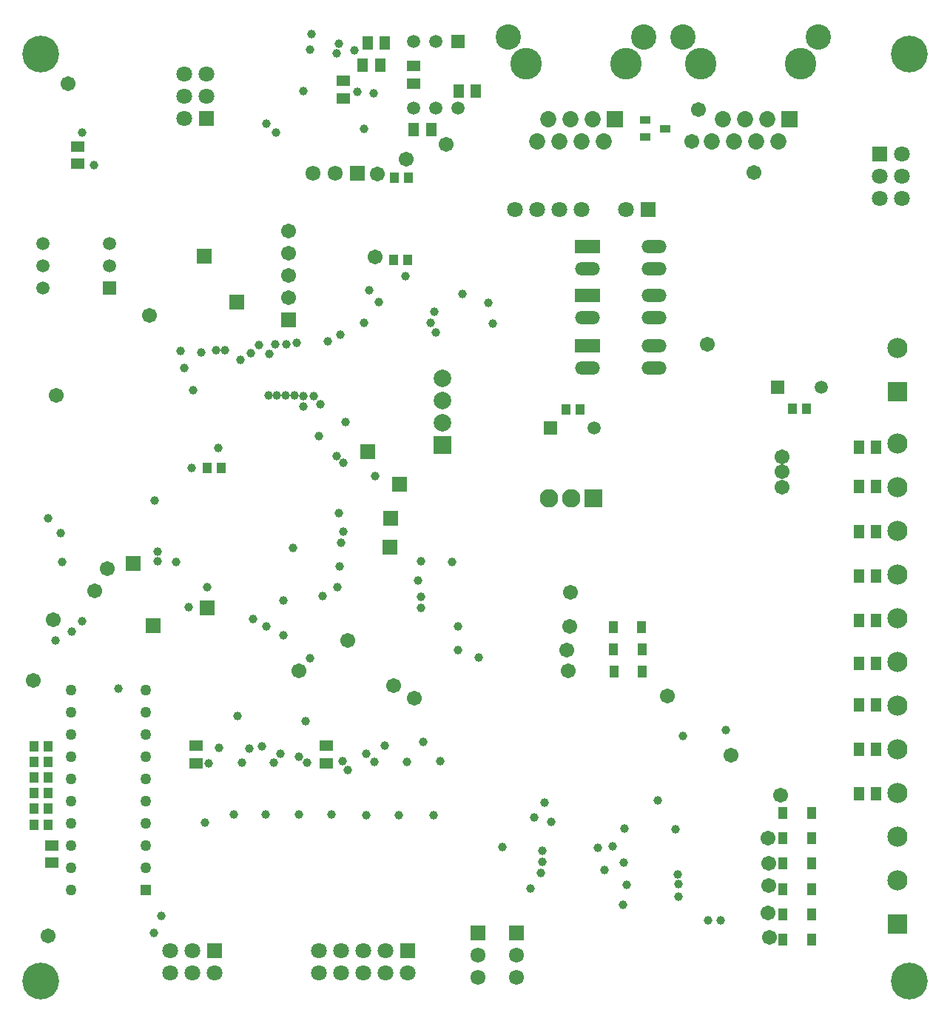
<source format=gbs>
G04*
G04 #@! TF.GenerationSoftware,Altium Limited,Altium Designer,20.0.13 (296)*
G04*
G04 Layer_Color=16711935*
%FSLAX44Y44*%
%MOMM*%
G71*
G01*
G75*
%ADD56R,1.6032X1.2032*%
%ADD60R,1.0032X1.2032*%
%ADD61R,1.2032X1.6032*%
%ADD74R,1.2200X0.9200*%
%ADD79R,1.7032X1.7032*%
%ADD80C,1.7032*%
%ADD81R,1.2632X1.2632*%
%ADD82C,1.2632*%
%ADD83R,1.5200X1.5200*%
%ADD84C,1.5200*%
%ADD85R,1.5112X1.5112*%
%ADD86C,1.5112*%
%ADD87R,1.5112X1.5112*%
%ADD88R,1.7032X1.7032*%
%ADD89C,1.8082*%
%ADD90R,1.8082X1.8082*%
%ADD91R,2.3032X2.3032*%
%ADD92C,2.3032*%
%ADD93R,2.1082X2.1082*%
%ADD94C,2.1082*%
%ADD95R,1.8032X1.8032*%
%ADD96C,1.8032*%
%ADD97C,1.7200*%
%ADD98R,1.7200X1.7200*%
%ADD99C,3.6032*%
%ADD100R,1.8532X1.8532*%
%ADD101C,1.8532*%
%ADD102C,2.9032*%
%ADD103O,2.8448X1.5240*%
%ADD104R,2.8448X1.5240*%
%ADD105C,2.0032*%
%ADD106R,2.0032X2.0032*%
%ADD107R,1.8082X1.8082*%
%ADD108R,1.7200X1.7200*%
%ADD109C,1.0032*%
%ADD110C,4.2032*%
%ADD147R,1.1132X1.4232*%
D56*
X44750Y165000D02*
D03*
Y185000D02*
D03*
X74750Y984000D02*
D03*
Y964000D02*
D03*
X359250Y279000D02*
D03*
Y299000D02*
D03*
X209750Y279000D02*
D03*
Y299000D02*
D03*
X378500Y1059000D02*
D03*
Y1039000D02*
D03*
X459250Y1076250D02*
D03*
Y1056250D02*
D03*
D60*
X892500Y684500D02*
D03*
X908500D02*
D03*
X453000Y948750D02*
D03*
X437000D02*
D03*
X633250Y683000D02*
D03*
X649250D02*
D03*
X452000Y854750D02*
D03*
X436000D02*
D03*
X222750Y616750D02*
D03*
X238750D02*
D03*
X24250Y208750D02*
D03*
X40250D02*
D03*
X24250Y298250D02*
D03*
X40250D02*
D03*
X24250Y280350D02*
D03*
X40250D02*
D03*
X24250Y226650D02*
D03*
X40250D02*
D03*
X24250Y244550D02*
D03*
X40250D02*
D03*
X24250Y262450D02*
D03*
X40250D02*
D03*
D61*
X400750Y1077000D02*
D03*
X420750D02*
D03*
X406250Y1102250D02*
D03*
X426250D02*
D03*
X479250Y1003000D02*
D03*
X459250D02*
D03*
X530250Y1047500D02*
D03*
X510250D02*
D03*
X968250Y243500D02*
D03*
X988250D02*
D03*
X968250Y294750D02*
D03*
X988250D02*
D03*
X968250Y345750D02*
D03*
X988250D02*
D03*
X968250Y393000D02*
D03*
X988250D02*
D03*
X968250Y441750D02*
D03*
X988250D02*
D03*
X968250Y492750D02*
D03*
X988250D02*
D03*
X968250Y543500D02*
D03*
X988250D02*
D03*
X968250Y595250D02*
D03*
X988250D02*
D03*
X968250Y640500D02*
D03*
X988250D02*
D03*
D74*
X724250Y995000D02*
D03*
Y1014000D02*
D03*
X746750Y1004500D02*
D03*
D79*
X315750Y785450D02*
D03*
X443000Y597500D02*
D03*
X432500Y558750D02*
D03*
X432000Y525750D02*
D03*
X222500Y456250D02*
D03*
D80*
X315750Y810850D02*
D03*
Y836250D02*
D03*
Y861650D02*
D03*
Y887050D02*
D03*
X50000Y699250D02*
D03*
X460000Y353000D02*
D03*
X749250Y355750D02*
D03*
X822000Y287750D02*
D03*
X848250Y954500D02*
D03*
X383750Y419250D02*
D03*
X638250Y474500D02*
D03*
X435750Y367500D02*
D03*
X327500Y384500D02*
D03*
X23750Y373750D02*
D03*
X46520Y443250D02*
D03*
X93750Y476250D02*
D03*
X40250Y81750D02*
D03*
X633750Y408500D02*
D03*
X637250Y435000D02*
D03*
X108250Y501250D02*
D03*
X866000Y79250D02*
D03*
X864500Y107250D02*
D03*
X865000Y138750D02*
D03*
X865250Y163950D02*
D03*
X864500Y193500D02*
D03*
X879000Y242250D02*
D03*
X636250Y384250D02*
D03*
X415000Y858000D02*
D03*
X63250Y1055750D02*
D03*
X156750Y791250D02*
D03*
X794750Y757750D02*
D03*
X450000Y969500D02*
D03*
X417250Y952500D02*
D03*
X496067Y986639D02*
D03*
X777250Y989750D02*
D03*
X784500Y1026000D02*
D03*
X880250Y611875D02*
D03*
Y594500D02*
D03*
Y629250D02*
D03*
D81*
X152000Y134200D02*
D03*
D82*
Y159600D02*
D03*
Y185000D02*
D03*
Y210400D02*
D03*
Y235800D02*
D03*
Y261200D02*
D03*
Y286600D02*
D03*
Y312000D02*
D03*
Y337400D02*
D03*
Y362800D02*
D03*
X67000D02*
D03*
Y337400D02*
D03*
Y312000D02*
D03*
Y286600D02*
D03*
Y261200D02*
D03*
Y235800D02*
D03*
Y210400D02*
D03*
Y185000D02*
D03*
Y159600D02*
D03*
Y134200D02*
D03*
D83*
X875750Y708500D02*
D03*
X615750Y662250D02*
D03*
D84*
X925750Y708500D02*
D03*
X665750Y662250D02*
D03*
D85*
X110850Y822350D02*
D03*
D86*
X34650D02*
D03*
X110850Y847750D02*
D03*
X34650D02*
D03*
Y873150D02*
D03*
X110850D02*
D03*
X510050Y1028050D02*
D03*
X484650Y1104250D02*
D03*
Y1028050D02*
D03*
X459250D02*
D03*
Y1104250D02*
D03*
D87*
X510050D02*
D03*
D88*
X138250Y507250D02*
D03*
X256250Y806250D02*
D03*
X219250Y859000D02*
D03*
X406500Y635000D02*
D03*
X161000Y436250D02*
D03*
D89*
X1017650Y924950D02*
D03*
X992250D02*
D03*
X1017650Y950350D02*
D03*
X992250D02*
D03*
X1017650Y975750D02*
D03*
X196000Y1066550D02*
D03*
X221400D02*
D03*
X196000Y1041150D02*
D03*
X221400D02*
D03*
X196000Y1015750D02*
D03*
X180700Y39350D02*
D03*
Y64750D02*
D03*
X206100Y39350D02*
D03*
Y64750D02*
D03*
X231500Y39350D02*
D03*
X350250D02*
D03*
Y64750D02*
D03*
X375650Y39350D02*
D03*
Y64750D02*
D03*
X401050Y39350D02*
D03*
Y64750D02*
D03*
X426450Y39350D02*
D03*
Y64750D02*
D03*
X451850Y39350D02*
D03*
D90*
X992250Y975750D02*
D03*
X221400Y1015750D02*
D03*
D91*
X1012500Y703750D02*
D03*
Y94750D02*
D03*
D92*
Y753750D02*
D03*
Y644750D02*
D03*
Y594750D02*
D03*
Y544750D02*
D03*
Y494750D02*
D03*
Y444750D02*
D03*
Y394750D02*
D03*
Y344750D02*
D03*
Y294750D02*
D03*
Y244750D02*
D03*
Y194750D02*
D03*
Y144750D02*
D03*
D93*
X664900Y581750D02*
D03*
D94*
X639500D02*
D03*
X614100D02*
D03*
D95*
X727400Y912250D02*
D03*
X532500Y84800D02*
D03*
D96*
X702000Y912250D02*
D03*
X651200D02*
D03*
X625800D02*
D03*
X600400D02*
D03*
X575000D02*
D03*
D97*
X343850Y953500D02*
D03*
X369250D02*
D03*
X576500Y34000D02*
D03*
Y59400D02*
D03*
X532500Y34000D02*
D03*
Y59400D02*
D03*
D98*
X394650Y953500D02*
D03*
D99*
X702150Y1078750D02*
D03*
X587850D02*
D03*
X901650D02*
D03*
X787350D02*
D03*
D100*
X689450Y1015250D02*
D03*
X888950D02*
D03*
D101*
X676750Y989850D02*
D03*
X664050Y1015250D02*
D03*
X651350Y989850D02*
D03*
X638650Y1015250D02*
D03*
X625950Y989850D02*
D03*
X613250Y1015250D02*
D03*
X600550Y989850D02*
D03*
X876250D02*
D03*
X863550Y1015250D02*
D03*
X850850Y989850D02*
D03*
X838150Y1015250D02*
D03*
X825450Y989850D02*
D03*
X812750Y1015250D02*
D03*
X800050Y989850D02*
D03*
D102*
X722500Y1109250D02*
D03*
X567500D02*
D03*
X922000D02*
D03*
X767000D02*
D03*
D103*
X733850Y756200D02*
D03*
Y730800D02*
D03*
X657650D02*
D03*
X733850Y813450D02*
D03*
Y788050D02*
D03*
X657650D02*
D03*
X733850Y869450D02*
D03*
Y844050D02*
D03*
X657650D02*
D03*
D104*
Y756200D02*
D03*
Y813450D02*
D03*
Y869450D02*
D03*
D105*
X492250Y719050D02*
D03*
Y668250D02*
D03*
Y693650D02*
D03*
D106*
Y642850D02*
D03*
D107*
X231500Y64750D02*
D03*
X451850D02*
D03*
D108*
X576500Y84800D02*
D03*
D109*
X470000Y303500D02*
D03*
X404750Y289500D02*
D03*
X677500Y156750D02*
D03*
X669500Y182250D02*
D03*
X425500Y299000D02*
D03*
X377250Y281250D02*
D03*
X327500Y286250D02*
D03*
X306750Y290000D02*
D03*
X285500Y297750D02*
D03*
X236500Y296000D02*
D03*
X56750Y508750D02*
D03*
X55250Y542000D02*
D03*
X67750Y429000D02*
D03*
X79500Y441250D02*
D03*
X49250Y419500D02*
D03*
X335000Y326750D02*
D03*
X257500Y333000D02*
D03*
X320750Y525250D02*
D03*
X350750Y653250D02*
D03*
X301500Y999625D02*
D03*
X401750Y1004000D02*
D03*
X515000Y815500D02*
D03*
X408000Y820000D02*
D03*
X449500Y835500D02*
D03*
X378321Y622679D02*
D03*
X371250Y629750D02*
D03*
X232750Y751250D02*
D03*
X242750D02*
D03*
X312520Y699034D02*
D03*
X352500Y689500D02*
D03*
X374250Y503750D02*
D03*
X414750Y606750D02*
D03*
X381250Y668750D02*
D03*
X292520Y699020D02*
D03*
X215750Y748500D02*
D03*
X92750Y962500D02*
D03*
X79750Y1000000D02*
D03*
X816500Y317000D02*
D03*
X767000Y309750D02*
D03*
X290250Y1009750D02*
D03*
X354500Y470270D02*
D03*
X510000Y435000D02*
D03*
X596750Y216500D02*
D03*
X759000Y203250D02*
D03*
X738500Y236000D02*
D03*
X616270Y211500D02*
D03*
X609000Y234000D02*
D03*
X560250Y183250D02*
D03*
X489250Y281250D02*
D03*
X503250Y508750D02*
D03*
X467000Y509750D02*
D03*
X378500Y544000D02*
D03*
X373750Y564480D02*
D03*
X187000Y508500D02*
D03*
X376250Y531250D02*
D03*
X698250Y117000D02*
D03*
X604750Y153500D02*
D03*
X592250Y135750D02*
D03*
X482750Y795500D02*
D03*
X419500Y806250D02*
D03*
X394750Y1046250D02*
D03*
X413250Y1045250D02*
D03*
X333000Y1047250D02*
D03*
X340500Y1095000D02*
D03*
X342000Y1112250D02*
D03*
X373322Y1101822D02*
D03*
X370750Y1090250D02*
D03*
X391500Y1094250D02*
D03*
X206500Y705750D02*
D03*
X375000Y768500D02*
D03*
X402000Y782750D02*
D03*
X549250Y781500D02*
D03*
X361000Y761000D02*
D03*
X192250Y750500D02*
D03*
X196750Y731000D02*
D03*
X324750Y759250D02*
D03*
X484500Y771250D02*
D03*
X162250Y579020D02*
D03*
X478250Y782000D02*
D03*
X166250Y509750D02*
D03*
X166000Y521000D02*
D03*
X544250Y805250D02*
D03*
X313000Y757500D02*
D03*
X300500D02*
D03*
X272500Y748000D02*
D03*
X260500Y740000D02*
D03*
X302520Y699038D02*
D03*
X332500Y687000D02*
D03*
X332750Y698750D02*
D03*
X322520Y699034D02*
D03*
X293750Y747250D02*
D03*
X40490Y559260D02*
D03*
X170500Y104250D02*
D03*
X220500Y210500D02*
D03*
X606250Y179000D02*
D03*
Y165750D02*
D03*
X700250Y204000D02*
D03*
X687000Y184000D02*
D03*
X702843Y139593D02*
D03*
X810250Y98750D02*
D03*
X761750Y126500D02*
D03*
X796000Y99000D02*
D03*
X761750Y140750D02*
D03*
X383500Y271250D02*
D03*
X270500Y295250D02*
D03*
X253000Y220000D02*
D03*
X289750D02*
D03*
X327750D02*
D03*
X364750Y220250D02*
D03*
X404500Y219000D02*
D03*
X442000Y219750D02*
D03*
X482000Y219500D02*
D03*
X451510Y279894D02*
D03*
X299250Y279250D02*
D03*
X413750Y280000D02*
D03*
X224250Y278250D02*
D03*
X162000Y85000D02*
D03*
X120750Y364500D02*
D03*
X262250Y279500D02*
D03*
X337000D02*
D03*
X290750Y435500D02*
D03*
X310250Y424750D02*
D03*
X309750Y464750D02*
D03*
X275250Y444000D02*
D03*
X222250Y480000D02*
D03*
X201750Y457000D02*
D03*
X340000Y398500D02*
D03*
X372000Y479750D02*
D03*
X464000Y487750D02*
D03*
X467750Y456000D02*
D03*
X467000Y469500D02*
D03*
X533560Y399542D02*
D03*
X344250Y698500D02*
D03*
X282250Y757250D02*
D03*
X509500Y408500D02*
D03*
X760750Y151500D02*
D03*
X699738Y165500D02*
D03*
X235250Y639000D02*
D03*
X204750Y616250D02*
D03*
D110*
X32500Y29500D02*
D03*
X1025750D02*
D03*
Y1089750D02*
D03*
X32500D02*
D03*
D147*
X720700Y383500D02*
D03*
X688000D02*
D03*
X719850Y434780D02*
D03*
X687150D02*
D03*
X720100Y409140D02*
D03*
X687400D02*
D03*
X914100Y192850D02*
D03*
X881400D02*
D03*
X914100Y77250D02*
D03*
X881400D02*
D03*
X914100Y163950D02*
D03*
X881400D02*
D03*
X914100Y221750D02*
D03*
X881400D02*
D03*
X914100Y106150D02*
D03*
X881400D02*
D03*
X914100Y135050D02*
D03*
X881400D02*
D03*
M02*

</source>
